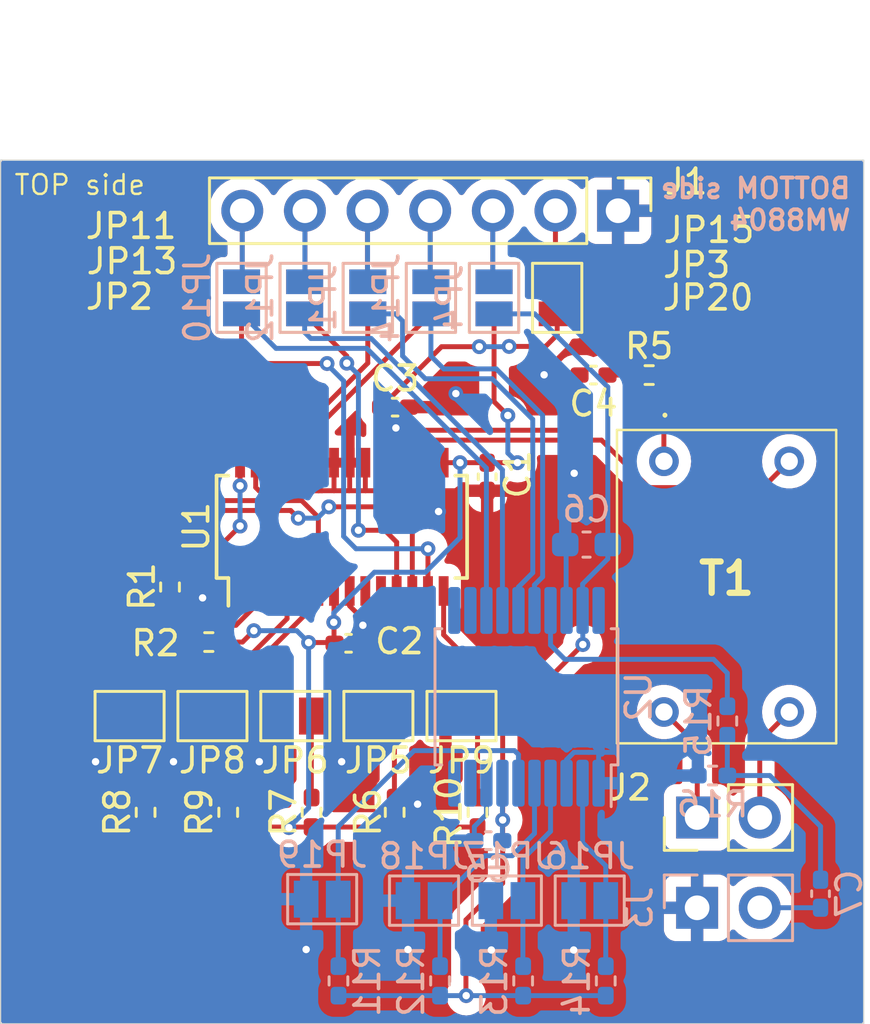
<source format=kicad_pcb>
(kicad_pcb (version 20240108) (generator "pcbnew") (generator_version "8.0")
  (layers (0 "F.Cu" signal) (31 "B.Cu" signal) (34 "B.Paste" user) (35 "F.Paste" user) (36 "B.SilkS" user "B.Silkscreen") (37 "F.SilkS" user "F.Silkscreen") (38 "B.Mask" user) (39 "F.Mask" user) (44 "Edge.Cuts" user))
  (net 0 "")
  (net 1 "GNDREF")
  (net 2 "+5V")
  (net 3 "Net-(C4-Pad1)")
  (net 4 "Net-(U1-TX+)")
  (net 5 "Net-(U1-MODE)")
  (net 6 "Net-(U1-CDOUT{slash}COPY{slash}C)")
  (net 7 "FMT1")
  (net 8 "FMT0")
  (net 9 "CLK1")
  (net 10 "CLK0")
  (net 11 "MCLK")
  (net 12 "SDATA")
  (net 13 "Net-(U1-TX-)")
  (net 14 "M{slash}S")
  (net 16 "BCK")
  (net 17 "WCLK")
  (net 18 "+3V3")
  (net 19 "Net-(JP5-B)")
  (net 20 "MCLK_D")
  (net 21 "BCK_D")
  (net 22 "WCLK_D")
  (net 23 "SDATA_D")
  (net 24 "SDATA_W")
  (net 25 "BCK_W")
  (net 26 "WCLK_W")
  (net 27 "MCLK_W")
  (net 28 "+3.3V_D")
  (net 29 "+5V_D")
  (net 30 "+3.3V_W")
  (net 31 "Net-(J3-Pin_2)")
  (net 32 "Net-(C7-Pad2)")
  (net 33 "Net-(J2-Pin_1)")
  (net 34 "Net-(J2-Pin_2)")
  (net 35 "Net-(JP16-A)")
  (net 36 "Net-(JP17-A)")
  (net 37 "Net-(JP18-A)")
  (net 38 "Net-(JP19-A)")
  (net 39 "Net-(R5-Pad2)")
  (net 40 "Net-(U2-TX0)")
  (footprint "Connector_PinHeader_2.54mm:PinHeader_1x02_P2.54mm_Vertical" (layer "F.Cu") (at 128.245 126.64 90)
    (property "Reference" "J2")
    (property "Value" "spdif_dit")
  )
  (footprint "Package_SO:SSOP-28_3.9x9.9mm_P0.635mm" (layer "F.Cu") (at 113.8375 114.86 90)
    (property "Reference" "U1")
    (property "Value" "DIT4192IPW")
  )
  (footprint "Jumper:SolderJumper-2_P1.3mm_Open_Pad1.0x1.5mm" (layer "F.Cu") (at 117.45 105.58 -90)
    (property "Reference" "JP15")
    (property "Value" "MCLK_D")
  )
  (footprint "Jumper:SolderJumper-2_P1.3mm_Open_Pad1.0x1.5mm" (layer "F.Cu") (at 112.33 105.58 -90)
    (property "Reference" "JP13")
    (property "Value" "BCK_D")
  )
  (footprint "Resistor_SMD:R_0402_1005Metric_Pad0.72x0.64mm_HandSolder" (layer "F.Cu") (at 109.23 126.43 90)
    (property "Reference" "R9")
    (property "Value" "10K")
  )
  (footprint "Resistor_SMD:R_0402_1005Metric_Pad0.72x0.64mm_HandSolder" (layer "F.Cu") (at 108.4425 119.53)
    (property "Reference" "R2")
    (property "Value" "10K")
  )
  (footprint "Capacitor_SMD:C_0402_1005Metric_Pad0.74x0.62mm_HandSolder" (layer "F.Cu") (at 114.11 119.58 180)
    (property "Reference" "C2")
    (property "Value" "0.1uF")
  )
  (footprint "pe65612nl:PE65612NL" (layer "F.Cu") (at 126.9 112.205 -90)
    (property "Reference" "T1")
    (property "Value" "PE-65612NL" (hide yes))
  )
  (footprint "Resistor_SMD:R_0402_1005Metric_Pad0.72x0.64mm_HandSolder" (layer "F.Cu") (at 126.3 108.71)
    (property "Reference" "R5")
    (property "Value" "300R")
  )
  (footprint "Connector_PinHeader_2.54mm:PinHeader_1x07_P2.54mm_Vertical" (layer "F.Cu") (at 125.04 102.05 -90)
    (property "Reference" "J1")
    (property "Value" "I2S_CONN")
  )
  (footprint "Capacitor_SMD:C_0402_1005Metric_Pad0.74x0.62mm_HandSolder" (layer "F.Cu") (at 115.9975 110.01)
    (property "Reference" "C3")
    (property "Value" "0.1uF")
  )
  (footprint "Jumper:SolderJumper-2_P1.3mm_Open_Pad1.0x1.5mm" (layer "F.Cu") (at 122.57 105.58 -90)
    (property "Reference" "JP20")
    (property "Value" "5.5V_D")
  )
  (footprint "Resistor_SMD:R_0402_1005Metric_Pad0.72x0.64mm_HandSolder" (layer "F.Cu") (at 112.61 126.43 -90)
    (property "Reference" "R7")
    (property "Value" "10K")
  )
  (footprint "Jumper:SolderJumper-2_P1.3mm_Open_Pad1.0x1.5mm" (layer "F.Cu") (at 111.95 122.53 180)
    (property "Reference" "JP6")
    (property "Value" "FMT0")
  )
  (footprint "Resistor_SMD:R_0402_1005Metric_Pad0.72x0.64mm_HandSolder" (layer "F.Cu") (at 105.88 126.43 -90)
    (property "Reference" "R8")
    (property "Value" "10K")
  )
  (footprint "Jumper:SolderJumper-2_P1.3mm_Open_Pad1.0x1.5mm" (layer "F.Cu") (at 118.69 122.53 180)
    (property "Reference" "JP9")
    (property "Value" "M/S")
  )
  (footprint "Capacitor_SMD:C_0402_1005Metric_Pad0.74x0.62mm_HandSolder" (layer "F.Cu") (at 124.0425 108.71 180)
    (property "Reference" "C4")
    (property "Value" "0.1uF")
  )
  (footprint "Resistor_SMD:R_0402_1005Metric_Pad0.72x0.64mm_HandSolder" (layer "F.Cu") (at 115.98 126.43 -90)
    (property "Reference" "R6")
    (property "Value" "10K")
  )
  (footprint "Resistor_SMD:R_0402_1005Metric_Pad0.72x0.64mm_HandSolder" (layer "F.Cu") (at 119.34 126.43 90)
    (property "Reference" "R10")
    (property "Value" "10K")
  )
  (footprint "Jumper:SolderJumper-2_P1.3mm_Open_Pad1.0x1.5mm" (layer "F.Cu") (at 105.23 122.53 180)
    (property "Reference" "JP7")
    (property "Value" "CLK1")
  )
  (footprint "Jumper:SolderJumper-2_P1.3mm_Open_Pad1.0x1.5mm" (layer "F.Cu") (at 109.77 105.58 -90)
    (property "Reference" "JP11")
    (property "Value" "SDATA_D")
  )
  (footprint "Jumper:SolderJumper-2_P1.3mm_Open_Pad1.0x1.5mm" (layer "F.Cu") (at 120.01 105.58 -90)
    (property "Reference" "JP3")
    (property "Value" "3.3V_D")
  )
  (footprint "Capacitor_SMD:C_0402_1005Metric_Pad0.74x0.62mm_HandSolder" (layer "F.Cu") (at 119.73 112.83 90)
    (property "Reference" "C1")
    (property "Value" "10uF")
  )
  (footprint "Jumper:SolderJumper-2_P1.3mm_Open_Pad1.0x1.5mm" (layer "F.Cu") (at 114.89 105.58 -90)
    (property "Reference" "JP2")
    (property "Value" "WCLK_D")
  )
  (footprint "Jumper:SolderJumper-2_P1.3mm_Open_Pad1.0x1.5mm" (layer "F.Cu") (at 108.59 122.53 180)
    (property "Reference" "JP8")
    (property "Value" "CLK0")
  )
  (footprint "Resistor_SMD:R_0402_1005Metric_Pad0.72x0.64mm_HandSolder" (layer "F.Cu") (at 106.87 117.3 -90)
    (property "Reference" "R1")
    (property "Value" "10K")
  )
  (footprint "Jumper:SolderJumper-2_P1.3mm_Open_Pad1.0x1.5mm" (layer "F.Cu") (at 115.32 122.53 180)
    (property "Reference" "JP5")
    (property "Value" "FMT1")
  )
  (footprint "Jumper:SolderJumper-2_P1.3mm_Open_Pad1.0x1.5mm" (layer "B.Cu") (at 123.89 130.01 180)
    (property "Reference" "JP16")
    (property "Value" "AIFCONF[1]")
  )
  (footprint "Package_SO:SSOP-20_5.3x7.2mm_P0.65mm" (layer "B.Cu") (at 121.325 121.75 90)
    (property "Reference" "U2")
    (property "Value" "WM8804")
  )
  (footprint "Capacitor_SMD:C_0603_1608Metric_Pad1.08x0.95mm_HandSolder" (layer "B.Cu") (at 123.76 115.58 180)
    (property "Reference" "C6")
    (property "Value" "1uF")
  )
  (footprint "Capacitor_SMD:C_0402_1005Metric_Pad0.74x0.62mm_HandSolder" (layer "B.Cu") (at 133.25 129.73 90)
    (property "Reference" "C7")
    (property "Value" "0.1uF")
  )
  (footprint "Resistor_SMD:R_0402_1005Metric_Pad0.72x0.64mm_HandSolder" (layer "B.Cu") (at 113.7 133.2625 90)
    (property "Reference" "R11")
    (property "Value" "10K")
  )
  (footprint "Jumper:SolderJumper-2_P1.3mm_Open_Pad1.0x1.5mm" (layer "B.Cu") (at 117.45 105.58 -90)
    (property "Reference" "JP14")
    (property "Value" "MCLK_W")
  )
  (footprint "Resistor_SMD:R_0402_1005Metric_Pad0.72x0.64mm_HandSolder" (layer "B.Cu") (at 121.19 133.2625 -90)
    (property "Reference" "R13")
    (property "Value" "10K")
  )
  (footprint "Jumper:SolderJumper-2_P1.3mm_Open_Pad1.0x1.5mm" (layer "B.Cu") (at 109.77 105.58 -90)
    (property "Reference" "JP10")
    (property "Value" "SDATA_W")
  )
  (footprint "Resistor_SMD:R_0402_1005Metric_Pad0.72x0.64mm_HandSolder" (layer "B.Cu") (at 129.47 122.73 -90)
    (property "Reference" "R15")
    (property "Value" "210R")
  )
  (footprint "Connector_PinHeader_2.54mm:PinHeader_1x02_P2.54mm_Vertical" (layer "B.Cu") (at 128.245 130.3 -90)
    (property "Reference" "J3")
    (property "Value" "spdif_wm")
  )
  (footprint "Jumper:SolderJumper-2_P1.3mm_Open_Pad1.0x1.5mm" (layer "B.Cu") (at 120.01 105.58 -90)
    (property "Reference" "JP4")
    (property "Value" "3.3V_W")
  )
  (footprint "Resistor_SMD:R_0402_1005Metric_Pad0.72x0.64mm_HandSolder" (layer "B.Cu") (at 124.54 133.2625 -90)
    (property "Reference" "R14")
    (property "Value" "10K")
  )
  (footprint "Capacitor_SMD:C_0402_1005Metric_Pad0.74x0.62mm_HandSolder" (layer "B.Cu") (at 119.7775 127.58)
    (property "Reference" "C5")
    (property "Value" "0.1uF")
  )
  (footprint "Jumper:SolderJumper-2_P1.3mm_Open_Pad1.0x1.5mm" (layer "B.Cu") (at 112.33 105.58 -90)
    (property "Reference" "JP12")
    (property "Value" "BCK_W")
  )
  (footprint "Jumper:SolderJumper-2_P1.3mm_Open_Pad1.0x1.5mm" (layer "B.Cu") (at 117.17 130.01 180)
    (property "Reference" "JP18")
    (property "Value" "CSB")
  )
  (footprint "Jumper:SolderJumper-2_P1.3mm_Open_Pad1.0x1.5mm" (layer "B.Cu") (at 113.04 129.95 180)
    (property "Reference" "JP19")
    (property "Value" "RESETB")
  )
  (footprint "Resistor_SMD:R_0402_1005Metric_Pad0.72x0.64mm_HandSolder" (layer "B.Cu") (at 128.8725 124.94)
    (property "Reference" "R16")
    (property "Value" "110R")
  )
  (footprint "Jumper:SolderJumper-2_P1.3mm_Open_Pad1.0x1.5mm" (layer "B.Cu") (at 114.89 105.58 -90)
    (property "Reference" "JP1")
    (property "Value" "WCLK_W")
  )
  (footprint "Jumper:SolderJumper-2_P1.3mm_Open_Pad1.0x1.5mm" (layer "B.Cu") (at 120.53 130.01 180)
    (property "Reference" "JP17")
    (property "Value" "AIFCONF[2]")
  )
  (footprint "Resistor_SMD:R_0402_1005Metric_Pad0.72x0.64mm_HandSolder" (layer "B.Cu") (at 117.82 133.2625 -90)
    (property "Reference" "R12")
    (property "Value" "10K")
  )
  (gr_rect (start 100 100) (end 135 135) (stroke (width 0.05)) (fill none) (layer "Edge.Cuts"))
  (gr_text "BOTTOM side\nWM8804" (at 134.55 102.9 0) (layer "B.SilkS") (effects (font (size 0.8 0.8) (thickness 0.16) (bold yes)) (justify left bottom mirror)))
  (gr_text "TOP side" (at 100.5 101.47 0) (layer "F.SilkS") (effects (font (size 0.8 0.8) (thickness 0.1)) (justify left bottom)))
  (segment (start 114.69 118.85) (end 114.6775 118.8625) (width 0.2) (layer "F.Cu") (net 1))
  (segment (start 114.13 113.3975) (end 113.52 113.3975) (width 0.2) (layer "F.Cu") (net 1))
  (segment (start 110.04 116.53) (end 110.65 116.53) (width 0.2) (layer "F.Cu") (net 1))
  (segment (start 114.6775 118.8375) (end 114.69 118.85) (width 0.2) (layer "F.Cu") (net 1))
  (segment (start 114.155 117.46) (end 114.155 118.065) (width 0.2) (layer "F.Cu") (net 1))
  (segment (start 109.71 116.86) (end 110.04 116.53) (width 0.2) (layer "F.Cu") (net 1))
  (segment (start 114.8 113.3975) (end 114.13 113.3975) (width 0.2) (layer "F.Cu") (net 1))
  (segment (start 114.6775 118.8625) (end 114.6775 119.58) (width 0.2) (layer "F.Cu") (net 1))
  (segment (start 110.98 112.26) (end 110.98 113.3975) (width 0.2) (layer "F.Cu") (net 1))
  (segment (start 110.98 116.86) (end 110.98 117.46) (width 0.2) (layer "F.Cu") (net 1))
  (segment (start 114.155 112.26) (end 114.155 113.3725) (width 0.2) (layer "F.Cu") (net 1))
  (segment (start 117.33 112.26) (end 117.33 113.3975) (width 0.2) (layer "F.Cu") (net 1))
  (segment (start 114.155 113.3725) (end 114.13 113.3975) (width 0.2) (layer "F.Cu") (net 1))
  (segment (start 113.52 112.26) (end 113.52 113.3975) (width 0.2) (layer "F.Cu") (net 1))
  (segment (start 114.79 113.3875) (end 114.8 113.3975) (width 0.2) (layer "F.Cu") (net 1))
  (segment (start 113.04 113.3975) (end 112.25 113.3975) (width 0.2) (layer "F.Cu") (net 1))
  (segment (start 114.79 112.26) (end 114.79 113.3875) (width 0.2) (layer "F.Cu") (net 1))
  (segment (start 113.04 113.3975) (end 112.89 113.3975) (width 0.2) (layer "F.Cu") (net 1))
  (segment (start 112.885 113.3925) (end 112.89 113.3975) (width 0.2) (layer "F.Cu") (net 1))
  (segment (start 116.565 110.318445) (end 116.0295 110.853945) (width 0.2) (layer "F.Cu") (net 1))
  (segment (start 110.98 113.3975) (end 110.4775 113.3975) (width 0.2) (layer "F.Cu") (net 1))
  (segment (start 117.33 112.26) (end 117.33 112.86) (width 0.2) (layer "F.Cu") (net 1))
  (segment (start 112.25 112.26) (end 112.25 113.3975) (width 0.2) (layer "F.Cu") (net 1))
  (segment (start 110.4775 113.3975) (end 110.345 113.265) (width 0.2) (layer "F.Cu") (net 1))
  (segment (start 112.25 113.3975) (end 110.98 113.3975) (width 0.2) (layer "F.Cu") (net 1))
  (segment (start 114.155 118.065) (end 114.6775 118.5875) (width 0.2) (layer "F.Cu") (net 1))
  (segment (start 112.89 113.3975) (end 112.4075 113.3975) (width 0.2) (layer "F.Cu") (net 1))
  (segment (start 110.345 113.265) (end 110.345 112.26) (width 0.2) (layer "F.Cu") (net 1))
  (segment (start 117.33 113.3975) (end 119.73 113.3975) (width 0.2) (layer "F.Cu") (net 1))
  (segment (start 110.65 116.53) (end 110.98 116.86) (width 0.2) (layer "F.Cu") (net 1))
  (segment (start 109.71 117.46) (end 109.71 116.86) (width 0.2) (layer "F.Cu") (net 1))
  (segment (start 112.885 112.26) (end 112.885 113.3925) (width 0.2) (layer "F.Cu") (net 1))
  (segment (start 117.33 113.3975) (end 114.8 113.3975) (width 0.2) (layer "F.Cu") (net 1))
  (segment (start 114.6775 118.5875) (end 114.6775 118.8375) (width 0.2) (layer "F.Cu") (net 1))
  (segment (start 116.565 110.01) (end 116.565 110.318445) (width 0.2) (layer "F.Cu") (net 1))
  (segment (start 113.52 113.3975) (end 113.04 113.3975) (width 0.2) (layer "F.Cu") (net 1))
  (via (at 114.69 118.85) (size 0.6) (drill 0.3) (layers "F.Cu" "B.Cu") (net 1))
  (via (at 116.91 126.1) (size 0.6) (drill 0.3) (layers "F.Cu" "B.Cu") (net 1))
  (via (at 108.19 117.74) (size 0.6) (drill 0.3) (layers "F.Cu" "B.Cu") (net 1))
  (via (at 116.52 131.99) (size 0.6) (drill 0.3) (layers "F.Cu" "B.Cu") (net 1))
  (via (at 103.85 124.38) (size 0.6) (drill 0.3) (layers "F.Cu" "B.Cu") (net 1))
  (via (at 122.04 108.7) (size 0.6) (drill 0.3) (layers "F.Cu" "B.Cu") (net 1))
  (via (at 107.01 124.38) (size 0.6) (drill 0.3) (layers "F.Cu" "B.Cu") (net 1))
  (via (at 117.76 114.24) (size 0.6) (drill 0.3) (layers "F.Cu" "B.Cu") (net 1))
  (via (at 118.46 109.46) (size 0.6) (drill 0.3) (layers "F.Cu" "B.Cu") (net 1))
  (via (at 113.83 124.38) (size 0.6) (drill 0.3) (layers "F.Cu" "B.Cu") (net 1))
  (via (at 116.0295 110.853945) (size 0.6) (drill 0.3) (layers "F.Cu" "B.Cu") (net 1))
  (via (at 123.24 132.01) (size 0.6) (drill 0.3) (layers "F.Cu" "B.Cu") (net 1))
  (via (at 112.39 131.99) (size 0.6) (drill 0.3) (layers "F.Cu" "B.Cu") (net 1))
  (via (at 119.9 132.01) (size 0.6) (drill 0.3) (layers "F.Cu" "B.Cu") (net 1))
  (via (at 123.26 112.69) (size 0.6) (drill 0.3) (layers "F.Cu" "B.Cu") (net 1))
  (via (at 110.49 124.38) (size 0.6) (drill 0.3) (layers "F.Cu" "B.Cu") (net 1))
  (segment (start 119.7 126.52) (end 119.21 127.01) (width 0.2) (layer "B.Cu") (net 1))
  (segment (start 123.25 124) (end 122.95 124.3) (width 0.2) (layer "B.Cu") (net 1))
  (segment (start 119.88 131.99) (end 119.9 132.01) (width 0.2) (layer "B.Cu") (net 1))
  (segment (start 119.7 125.25) (end 119.7 126.52) (width 0.2) (layer "B.Cu") (net 1))
  (segment (start 119.21 127.01) (end 119.21 127.58) (width 0.2) (layer "B.Cu") (net 1))
  (segment (start 112.39 129.95) (end 112.39 131.99) (width 0.2) (layer "B.Cu") (net 1))
  (segment (start 122.9325 115.78) (end 122.9325 118.2325) (width 0.2) (layer "B.Cu") (net 1))
  (segment (start 122.95 124.3) (end 122.95 125.25) (width 0.2) (layer "B.Cu") (net 1))
  (segment (start 128.275 124.425) (end 127.85 124) (width 0.2) (layer "B.Cu") (net 1))
  (segment (start 123.85 124) (end 123.25 124) (width 0.2) (layer "B.Cu") (net 1))
  (segment (start 122.9325 118.2325) (end 122.95 118.25) (width 0.2) (layer "B.Cu") (net 1))
  (segment (start 124.25 125.25) (end 124.25 124) (width 0.2) (layer "B.Cu") (net 1))
  (segment (start 123.24 130.01) (end 123.24 132.01) (width 0.2) (layer "B.Cu") (net 1))
  (segment (start 124.25 124) (end 123.85 124) (width 0.2) (layer "B.Cu") (net 1))
  (segment (start 119.88 130.01) (end 119.88 131.99) (width 0.2) (layer "B.Cu") (net 1))
  (segment (start 128.275 124.94) (end 128.275 124.425) (width 0.2) (layer "B.Cu") (net 1))
  (segment (start 127.85 124) (end 124.25 124) (width 0.2) (layer "B.Cu") (net 1))
  (segment (start 116.52 130.01) (end 116.52 131.99) (width 0.2) (layer "B.Cu") (net 1))
  (segment (start 122.5 104.86) (end 122.57 104.93) (width 0.2) (layer "F.Cu") (net 2))
  (segment (start 122.5 102.05) (end 122.5 104.86) (width 0.2) (layer "F.Cu") (net 2))
  (segment (start 124.61 108.71) (end 125.7025 108.71) (width 0.2) (layer "F.Cu") (net 3))
  (segment (start 122.833896 110.946104) (end 123.475 110.305) (width 0.2) (layer "F.Cu") (net 4))
  (segment (start 116.06 112.26) (end 116.06 111.670736) (width 0.2) (layer "F.Cu") (net 4))
  (segment (start 123.475 110.305) (end 123.475 108.71) (width 0.2) (layer "F.Cu") (net 4))
  (segment (start 116.784632 110.946104) (end 122.833896 110.946104) (width 0.2) (layer "F.Cu") (net 4))
  (segment (start 116.06 111.670736) (end 116.784632 110.946104) (width 0.2) (layer "F.Cu") (net 4))
  (segment (start 109.71 112.26) (end 109.71 113.198) (width 0.2) (layer "F.Cu") (net 5))
  (segment (start 107.8375 116.7025) (end 106.87 116.7025) (width 0.2) (layer "F.Cu") (net 5))
  (segment (start 109.71 114.83) (end 107.8375 116.7025) (width 0.2) (layer "F.Cu") (net 5))
  (via (at 109.71 114.83) (size 0.6) (drill 0.3) (layers "F.Cu" "B.Cu") (net 5))
  (via (at 109.71 113.198) (size 0.6) (drill 0.3) (layers "F.Cu" "B.Cu") (net 5))
  (segment (start 109.71 113.198) (end 109.71 114.83) (width 0.2) (layer "B.Cu") (net 5))
  (segment (start 107.845 119.095) (end 107.845 119.53) (width 0.2) (layer "F.Cu") (net 6))
  (segment (start 109.544264 118.85) (end 108.09 118.85) (width 0.2) (layer "F.Cu") (net 6))
  (segment (start 110.345 118.049264) (end 109.544264 118.85) (width 0.2) (layer "F.Cu") (net 6))
  (segment (start 110.345 117.46) (end 110.345 118.049264) (width 0.2) (layer "F.Cu") (net 6))
  (segment (start 108.09 118.85) (end 107.845 119.095) (width 0.2) (layer "F.Cu") (net 6))
  (segment (start 115.97 118.674314) (end 115.97 122.53) (width 0.2) (layer "F.Cu") (net 7))
  (segment (start 115.97 122.53) (end 115.97 125.8225) (width 0.2) (layer "F.Cu") (net 7))
  (segment (start 115.425 117.46) (end 115.425 118.129314) (width 0.2) (layer "F.Cu") (net 7))
  (segment (start 115.97 125.8225) (end 115.98 125.8325) (width 0.2) (layer "F.Cu") (net 7))
  (segment (start 115.425 118.129314) (end 115.97 118.674314) (width 0.2) (layer "F.Cu") (net 7))
  (segment (start 113.46 122.43) (end 113.36 122.53) (width 0.2) (layer "F.Cu") (net 8))
  (segment (start 115.345 119.923468) (end 113.46 121.808468) (width 0.2) (layer "F.Cu") (net 8))
  (segment (start 113.46 121.808468) (end 113.46 122.43) (width 0.2) (layer "F.Cu") (net 8))
  (segment (start 112.6 122.53) (end 112.6 125.8225) (width 0.2) (layer "F.Cu") (net 8))
  (segment (start 113.36 122.53) (end 112.6 122.53) (width 0.2) (layer "F.Cu") (net 8))
  (segment (start 114.79 117.46) (end 114.79 118.06) (width 0.2) (layer "F.Cu") (net 8))
  (segment (start 114.79 118.06) (end 115.345 118.615) (width 0.2) (layer "F.Cu") (net 8))
  (segment (start 115.345 118.615) (end 115.345 119.923468) (width 0.2) (layer "F.Cu") (net 8))
  (segment (start 112.6 125.8225) (end 112.61 125.8325) (width 0.2) (layer "F.Cu") (net 8))
  (segment (start 108.72 121.48) (end 106.09 121.48) (width 0.2) (layer "F.Cu") (net 9))
  (segment (start 111.615 118.585) (end 108.72 121.48) (width 0.2) (layer "F.Cu") (net 9))
  (segment (start 111.615 117.46) (end 111.615 118.585) (width 0.2) (layer "F.Cu") (net 9))
  (segment (start 105.88 122.53) (end 105.88 125.8325) (width 0.2) (layer "F.Cu") (net 9))
  (segment (start 105.88 121.69) (end 105.88 122.53) (width 0.2) (layer "F.Cu") (net 9))
  (segment (start 106.09 121.48) (end 105.88 121.69) (width 0.2) (layer "F.Cu") (net 9))
  (segment (start 109.24 122.53) (end 109.24 125.8225) (width 0.2) (layer "F.Cu") (net 10))
  (segment (start 109.24 125.8225) (end 109.23 125.8325) (width 0.2) (layer "F.Cu") (net 10))
  (segment (start 112.25 117.46) (end 112.25 118.52) (width 0.2) (layer "F.Cu") (net 10))
  (segment (start 112.25 118.52) (end 109.24 121.53) (width 0.2) (layer "F.Cu") (net 10))
  (segment (start 109.24 121.53) (end 109.24 122.53) (width 0.2) (layer "F.Cu") (net 10))
  (segment (start 117.42 102.05) (end 117.42 104.9) (width 0.2) (layer "F.Cu") (net 11))
  (segment (start 117.42 104.9) (end 117.45 104.93) (width 0.2) (layer "F.Cu") (net 11))
  (segment (start 117.42 104.9) (end 117.45 104.93) (width 0.2) (layer "B.Cu") (net 11))
  (segment (start 117.42 102.05) (end 117.42 104.9) (width 0.2) (layer "B.Cu") (net 11))
  (segment (start 109.8 104.9) (end 109.77 104.93) (width 0.2) (layer "F.Cu") (net 12))
  (segment (start 109.8 102.05) (end 109.8 104.9) (width 0.2) (layer "F.Cu") (net 12))
  (segment (start 109.8 102.05) (end 109.8 104.9) (width 0.2) (layer "B.Cu") (net 12))
  (segment (start 109.8 104.9) (end 109.77 104.93) (width 0.2) (layer "B.Cu") (net 12))
  (segment (start 126.29 113.27) (end 130.915 113.27) (width 0.2) (layer "F.Cu") (net 13))
  (segment (start 124.366104 111.346104) (end 126.29 113.27) (width 0.2) (layer "F.Cu") (net 13))
  (segment (start 116.695 112.26) (end 116.695 111.66) (width 0.2) (layer "F.Cu") (net 13))
  (segment (start 116.695 111.66) (end 117.008896 111.346104) (width 0.2) (layer "F.Cu") (net 13))
  (segment (start 117.008896 111.346104) (end 124.366104 111.346104) (width 0.2) (layer "F.Cu") (net 13))
  (segment (start 130.915 113.27) (end 131.98 112.205) (width 0.2) (layer "F.Cu") (net 13))
  (segment (start 117.965 117.46) (end 117.965 119.235) (width 0.2) (layer "F.Cu") (net 14))
  (segment (start 117.965 119.235) (end 119.34 120.61) (width 0.2) (layer "F.Cu") (net 14))
  (segment (start 119.34 120.61) (end 119.34 122.53) (width 0.2) (layer "F.Cu") (net 14))
  (segment (start 119.34 122.53) (end 119.34 125.8325) (width 0.2) (layer "F.Cu") (net 14))
  (segment (start 112.34 102.05) (end 112.34 104.92) (width 0.2) (layer "F.Cu") (net 16))
  (segment (start 112.34 104.92) (end 112.33 104.93) (width 0.2) (layer "F.Cu") (net 16))
  (segment (start 112.34 102.05) (end 112.34 104.92) (width 0.2) (layer "B.Cu") (net 16))
  (segment (start 112.34 104.92) (end 112.33 104.93) (width 0.2) (layer "B.Cu") (net 16))
  (segment (start 114.88 102.05) (end 114.88 104.92) (width 0.2) (layer "F.Cu") (net 17))
  (segment (start 114.88 104.92) (end 114.89 104.93) (width 0.2) (layer "F.Cu") (net 17))
  (segment (start 114.88 102.05) (end 114.88 104.92) (width 0.2) (layer "B.Cu") (net 17))
  (segment (start 114.88 104.92) (end 114.89 104.93) (width 0.2) (layer "B.Cu") (net 17))
  (segment (start 119.96 102.05) (end 119.96 104.88) (width 0.2) (layer "F.Cu") (net 18))
  (segment (start 119.96 104.88) (end 120.01 104.93) (width 0.2) (layer "F.Cu") (net 18))
  (segment (start 119.96 104.88) (end 120.01 104.93) (width 0.2) (layer "B.Cu") (net 18))
  (segment (start 119.96 102.05) (end 119.96 104.88) (width 0.2) (layer "B.Cu") (net 18))
  (segment (start 108.74 113.53) (end 109.0075 113.7975) (width 0.2) (layer "F.Cu") (net 20))
  (segment (start 109.0075 113.7975) (end 112.2075 113.7975) (width 0.2) (layer "F.Cu") (net 20))
  (segment (start 112.885 114.475) (end 112.885 117.46) (width 0.2) (layer "F.Cu") (net 20))
  (segment (start 117.45 106.23) (end 112.53 111.15) (width 0.2) (layer "F.Cu") (net 20))
  (segment (start 108.74 111.59) (end 108.74 113.53) (width 0.2) (layer "F.Cu") (net 20))
  (segment (start 109.18 111.15) (end 108.74 111.59) (width 0.2) (layer "F.Cu") (net 20))
  (segment (start 112.53 111.15) (end 109.18 111.15) (width 0.2) (layer "F.Cu") (net 20))
  (segment (start 112.2075 113.7975) (end 112.885 114.475) (width 0.2) (layer "F.Cu") (net 20))
  (segment (start 112.33 106.23) (end 114.038246 107.938246) (width 0.2) (layer "F.Cu") (net 21))
  (segment (start 114.038246 107.938246) (end 114.038246 108.228246) (width 0.2) (layer "F.Cu") (net 21))
  (segment (start 115.5795 114.9995) (end 116.06 115.48) (width 0.2) (layer "F.Cu") (net 21))
  (segment (start 116.06 115.48) (end 116.06 117.46) (width 0.2) (layer "F.Cu") (net 21))
  (segment (start 114.51 114.9995) (end 115.5795 114.9995) (width 0.2) (layer "F.Cu") (net 21))
  (via (at 114.038246 108.228246) (size 0.6) (drill 0.3) (layers "F.Cu" "B.Cu") (net 21))
  (via (at 114.51 114.9995) (size 0.6) (drill 0.3) (layers "F.Cu" "B.Cu") (net 21))
  (segment (start 114.038246 108.228246) (end 114.51 108.7) (width 0.2) (layer "B.Cu") (net 21))
  (segment (start 114.51 108.7) (end 114.51 114.9995) (width 0.2) (layer "B.Cu") (net 21))
  (segment (start 111.759678 114.1975) (end 108.6475 114.1975) (width 0.2) (layer "F.Cu") (net 22))
  (segment (start 112.071089 114.508911) (end 111.759678 114.1975) (width 0.2) (layer "F.Cu") (net 22))
  (segment (start 108.34 111.424315) (end 109.014314 110.75) (width 0.2) (layer "F.Cu") (net 22))
  (segment (start 112.364314 110.75) (end 114.89 108.224314) (width 0.2) (layer "F.Cu") (net 22))
  (segment (start 116.695 115.005) (end 116.695 117.46) (width 0.2) (layer "F.Cu") (net 22))
  (segment (start 113.31 114.05) (end 115.74 114.05) (width 0.2) (layer "F.Cu") (net 22))
  (segment (start 114.89 108.224314) (end 114.89 106.23) (width 0.2) (layer "F.Cu") (net 22))
  (segment (start 115.74 114.05) (end 116.695 115.005) (width 0.2) (layer "F.Cu") (net 22))
  (segment (start 108.34 113.89) (end 108.34 111.424315) (width 0.2) (layer "F.Cu") (net 22))
  (segment (start 109.014314 110.75) (end 112.364314 110.75) (width 0.2) (layer "F.Cu") (net 22))
  (segment (start 108.6475 114.1975) (end 108.34 113.89) (width 0.2) (layer "F.Cu") (net 22))
  (via (at 113.31 114.05) (size 0.6) (drill 0.3) (layers "F.Cu" "B.Cu") (net 22))
  (via (at 112.071089 114.508911) (size 0.6) (drill 0.3) (layers "F.Cu" "B.Cu") (net 22))
  (segment (start 112.851089 114.508911) (end 113.31 114.05) (width 0.2) (layer "B.Cu") (net 22))
  (segment (start 112.071089 114.508911) (end 112.851089 114.508911) (width 0.2) (layer "B.Cu") (net 22))
  (segment (start 109.77 107.45) (end 109.77 106.23) (width 0.2) (layer "F.Cu") (net 23))
  (segment (start 113.238871 108.24252) (end 110.56252 108.24252) (width 0.2) (layer "F.Cu") (net 23))
  (segment (start 117.33 115.75) (end 117.33 117.46) (width 0.2) (layer "F.Cu") (net 23))
  (segment (start 110.56252 108.24252) (end 109.77 107.45) (width 0.2) (layer "F.Cu") (net 23))
  (via (at 113.238871 108.24252) (size 0.6) (drill 0.3) (layers "F.Cu" "B.Cu") (net 23))
  (via (at 117.33 115.75) (size 0.6) (drill 0.3) (layers "F.Cu" "B.Cu") (net 23))
  (segment (start 113.238871 108.2774) (end 113.91 108.948529) (width 0.2) (layer "B.Cu") (net 23))
  (segment (start 113.238871 108.24252) (end 113.238871 108.2774) (width 0.2) (layer "B.Cu") (net 23))
  (segment (start 114.411971 115.75) (end 117.33 115.75) (width 0.2) (layer "B.Cu") (net 23))
  (segment (start 113.91 115.248029) (end 114.411971 115.75) (width 0.2) (layer "B.Cu") (net 23))
  (segment (start 113.91 108.948529) (end 113.91 115.248029) (width 0.2) (layer "B.Cu") (net 23))
  (segment (start 119.7 112.481471) (end 119.7 118.25) (width 0.2) (layer "B.Cu") (net 24))
  (segment (start 109.77 106.23) (end 111.168246 107.628246) (width 0.2) (layer "B.Cu") (net 24))
  (segment (start 114.846775 107.628246) (end 119.7 112.481471) (width 0.2) (layer "B.Cu") (net 24))
  (segment (start 111.168246 107.628246) (end 114.846775 107.628246) (width 0.2) (layer "B.Cu") (net 24))
  (segment (start 115.028246 107.228246) (end 120.35 112.55) (width 0.2) (layer "B.Cu") (net 25))
  (segment (start 112.33 106.23) (end 112.33 106.98) (width 0.2) (layer "B.Cu") (net 25))
  (segment (start 112.578246 107.228246) (end 115.028246 107.228246) (width 0.2) (layer "B.Cu") (net 25))
  (segment (start 112.33 106.98) (end 112.578246 107.228246) (width 0.2) (layer "B.Cu") (net 25))
  (segment (start 120.35 112.55) (end 120.35 118.25) (width 0.2) (layer "B.Cu") (net 25))
  (segment (start 116.3 106.52) (end 116.3 107.934314) (width 0.2) (layer "B.Cu") (net 26))
  (segment (start 121 117.3) (end 121 118.25) (width 0.2) (layer "B.Cu") (net 26))
  (segment (start 121.58 110.508075) (end 121.58 116.72) (width 0.2) (layer "B.Cu") (net 26))
  (segment (start 119.931925 108.86) (end 121.58 110.508075) (width 0.2) (layer "B.Cu") (net 26))
  (segment (start 116.01 106.23) (end 116.3 106.52) (width 0.2) (layer "B.Cu") (net 26))
  (segment (start 117.225686 108.86) (end 119.931925 108.86) (width 0.2) (layer "B.Cu") (net 26))
  (segment (start 114.89 106.23) (end 116.01 106.23) (width 0.2) (layer "B.Cu") (net 26))
  (segment (start 116.3 107.934314) (end 117.225686 108.86) (width 0.2) (layer "B.Cu") (net 26))
  (segment (start 121.58 116.72) (end 121 117.3) (width 0.2) (layer "B.Cu") (net 26))
  (segment (start 117.97 108.46) (end 120.1 108.46) (width 0.2) (layer "B.Cu") (net 27))
  (segment (start 120.1 108.46) (end 121.98 110.34) (width 0.2) (layer "B.Cu") (net 27))
  (segment (start 117.45 106.23) (end 117.45 107.94) (width 0.2) (layer "B.Cu") (net 27))
  (segment (start 121.65 117.215686) (end 121.65 118.25) (width 0.2) (layer "B.Cu") (net 27))
  (segment (start 121.98 110.34) (end 121.98 116.885686) (width 0.2) (layer "B.Cu") (net 27))
  (segment (start 117.45 107.94) (end 117.97 108.46) (width 0.2) (layer "B.Cu") (net 27))
  (segment (start 121.98 116.885686) (end 121.65 117.215686) (width 0.2) (layer "B.Cu") (net 27))
  (segment (start 111.69 127.05) (end 111.7125 127.0275) (width 0.2) (layer "F.Cu") (net 28))
  (segment (start 108.81 120.34) (end 109.04 120.11) (width 0.2) (layer "F.Cu") (net 28))
  (segment (start 113.5125 119.55) (end 113.5425 119.58) (width 0.2) (layer "F.Cu") (net 28))
  (segment (start 118.63 112.26) (end 119.7275 112.26) (width 0.2) (layer "F.Cu") (net 28))
  (segment (start 113.52 118.72) (end 113.51 118.73) (width 0.2) (layer "F.Cu") (net 28))
  (segment (start 120.01 109.786604) (end 120.01 106.23) (width 0.2) (layer "F.Cu") (net 28))
  (segment (start 107.646962 120.34) (end 108.81 120.34) (width 0.2) (layer "F.Cu") (net 28))
  (segment (start 109.81 119.53) (end 110.27 119.07) (width 0.2) (layer "F.Cu") (net 28))
  (segment (start 119.7325 112.26) (end 119.73 112.2625) (width 0.2) (layer "F.Cu") (net 28))
  (segment (start 113.52 117.46) (end 113.52 118.72) (width 0.2) (layer "F.Cu") (net 28))
  (segment (start 106.87 119.563038) (end 107.646962 120.34) (width 0.2) (layer "F.Cu") (net 28))
  (segment (start 106.87 117.8975) (end 106.87 119.563038) (width 0.2) (layer "F.Cu") (net 28))
  (segment (start 120.57 110.346604) (end 120.01 109.786604) (width 0.2) (layer "F.Cu") (net 28))
  (segment (start 111.7125 127.0275) (end 115.98 127.0275) (width 0.2) (layer "F.Cu") (net 28))
  (segment (start 112.49 119.55) (end 113.5125 119.55) (width 0.2) (layer "F.Cu") (net 28))
  (segment (start 117.965 112.26) (end 118.63 112.26) (width 0.2) (layer "F.Cu") (net 28))
  (segment (start 113.52 119.5575) (end 113.5425 119.58) (width 0.2) (layer "F.Cu") (net 28))
  (segment (start 115.98 127.0275) (end 119.34 127.0275) (width 0.2) (layer "F.Cu") (net 28))
  (segment (start 119.7275 112.26) (end 119.73 112.2625) (width 0.2) (layer "F.Cu") (net 28))
  (segment (start 113.52 118.74) (end 113.52 119.5575) (width 0.2) (layer "F.Cu") (net 28))
  (segment (start 120.96 112.26) (end 119.7325 112.26) (width 0.2) (layer "F.Cu") (net 28))
  (segment (start 109.04 119.53) (end 109.81 119.53) (width 0.2) (layer "F.Cu") (net 28))
  (segment (start 111.6675 127.0275) (end 111.69 127.05) (width 0.2) (layer "F.Cu") (net 28))
  (segment (start 105.88 127.0275) (end 111.6675 127.0275) (width 0.2) (layer "F.Cu") (net 28))
  (segment (start 109.04 120.11) (end 109.04 119.53) (width 0.2) (layer "F.Cu") (net 28))
  (segment (start 113.51 118.73) (end 113.52 118.74) (width 0.2) (layer "F.Cu") (net 28))
  (via (at 110.27 119.07) (size 0.6) (drill 0.3) (layers "F.Cu" "B.Cu") (net 28))
  (via (at 112.49 119.55) (size 0.6) (drill 0.3) (layers "F.Cu" "B.Cu") (net 28))
  (via (at 113.51 118.73) (size 0.6) (drill 0.3) (layers "F.Cu" "B.Cu") (net 28))
  (via (at 111.69 127.05) (size 0.6) (drill 0.3) (layers "F.Cu" "B.Cu") (net 28))
  (via (at 120.57 110.346604) (size 0.6) (drill 0.3) (layers "F.Cu" "B.Cu") (net 28))
  (via (at 120.96 112.26) (size 0.6) (drill 0.3) (layers "F.Cu" "B.Cu") (net 28))
  (via (at 118.63 112.26) (size 0.6) (drill 0.3) (layers "F.Cu" "B.Cu") (net 28))
  (segment (start 115.16 116.7) (end 117.228529 116.7) (width 0.2) (layer "B.Cu") (net 28))
  (segment (start 120.57 110.346604) (end 120.57 111.87) (width 0.2) (layer "B.Cu") (net 28))
  (segment (start 113.51 118.35) (end 115.16 116.7) (width 0.2) (layer "B.Cu") (net 28))
  (segment (start 113.51 118.73) (end 113.51 118.35) (width 0.2) (layer "B.Cu") (net 28))
  (segment (start 111.69 127.05) (end 112.49 126.25) (width 0.2) (layer "B.Cu") (net 28))
  (segment (start 112.01 119.07) (end 112.49 119.55) (width 0.2) (layer "B.Cu") (net 28))
  (segment (start 112.49 126.25) (end 112.49 119.55) (width 0.2) (layer "B.Cu") (net 28))
  (segment (start 110.27 119.07) (end 112.01 119.07) (width 0.2) (layer "B.Cu") (net 28))
  (segment (start 120.57 111.87) (end 120.96 112.26) (width 0.2) (layer "B.Cu") (net 28))
  (segment (start 117.228529 116.7) (end 118.63 115.298529) (width 0.2) (layer "B.Cu") (net 28))
  (segment (start 118.63 115.298529) (end 118.63 112.26) (width 0.2) (layer "B.Cu") (net 28))
  (segment (start 122.1 107.55) (end 122.57 107.08) (width 0.2) (layer "F.Cu") (net 29))
  (segment (start 115.43 110.01) (end 117.88 107.56) (width 0.2) (layer "F.Cu") (net 29))
  (segment (start 115.43 110.01) (end 115.43 112.255) (width 0.2) (layer "F.Cu") (net 29))
  (segment (start 115.43 112.255) (end 115.425 112.26) (width 0.2) (layer "F.Cu") (net 29))
  (segment (start 120.62 107.55) (end 122.1 107.55) (width 0.2) (layer "F.Cu") (net 29))
  (segment (start 117.88 107.56) (end 119.4105 107.56) (width 0.2) (layer "F.Cu") (net 29))
  (segment (start 122.57 107.08) (end 122.57 106.23) (width 0.2) (layer "F.Cu") (net 29))
  (via (at 119.4105 107.56) (size 0.6) (drill 0.3) (layers "F.Cu" "B.Cu") (net 29))
  (via (at 120.62 107.55) (size 0.6) (drill 0.3) (layers "F.Cu" "B.Cu") (net 29))
  (segment (start 120.61 107.56) (end 120.62 107.55) (width 0.2) (layer "B.Cu") (net 29))
  (segment (start 119.4105 107.56) (end 120.61 107.56) (width 0.2) (layer "B.Cu") (net 29))
  (segment (start 120.36 126.74) (end 120.36 129.3) (width 0.2) (layer "F.Cu") (net 30))
  (segment (start 120.36 122.8805) (end 123.61 119.6305) (width 0.2) (layer "F.Cu") (net 30))
  (segment (start 118.87 133.85) (end 118.88 133.86) (width 0.2) (layer "F.Cu") (net 30))
  (segment (start 118.87 130.79) (end 118.87 133.85) (width 0.2) (layer "F.Cu") (net 30))
  (segment (start 120.36 126.74) (end 120.36 122.8805) (width 0.2) (layer "F.Cu") (net 30))
  (segment (start 120.36 129.3) (end 118.87 130.79) (width 0.2) (layer "F.Cu") (net 30))
  (via (at 123.61 119.6305) (size 0.6) (drill 0.3) (layers "F.Cu" "B.Cu") (net 30))
  (via (at 120.36 126.74) (size 0.6) (drill 0.3) (layers "F.Cu" "B.Cu") (net 30))
  (via (at 118.88 133.86) (size 0.6) (drill 0.3) (layers "F.Cu" "B.Cu") (net 30))
  (segment (start 121.66 106.23) (end 124.6225 109.1925) (width 0.2) (layer "B.Cu") (net 30))
  (segment (start 123.6 117.18) (end 124.6225 116.1575) (width 0.2) (layer "B.Cu") (net 30))
  (segment (start 120.35 126.75) (end 120.35 127.575) (width 0.2) (layer "B.Cu") (net 30))
  (segment (start 124.6225 109.1925) (end 124.6225 115.58) (width 0.2) (layer "B.Cu") (net 30))
  (segment (start 120.01 106.23) (end 121.66 106.23) (width 0.2) (layer "B.Cu") (net 30))
  (segment (start 120.36 126.74) (end 120.35 126.75) (width 0.2) (layer "B.Cu") (net 30))
  (segment (start 123.61 119.6305) (end 123.61 118.26) (width 0.2) (layer "B.Cu") (net 30))
  (segment (start 123.61 118.26) (end 123.6 118.25) (width 0.2) (layer "B.Cu") (net 30))
  (segment (start 120.35 126.73) (end 120.36 126.74) (width 0.2) (layer "B.Cu") (net 30))
  (segment (start 124.54 133.86) (end 113.7 133.86) (width 0.2) (layer "B.Cu") (net 30))
  (segment (start 120.35 127.575) (end 120.345 127.58) (width 0.2) (layer "B.Cu") (net 30))
  (segment (start 123.6 118.25) (end 123.6 117.18) (width 0.2) (layer "B.Cu") (net 30))
  (segment (start 120.35 125.25) (end 120.35 126.73) (width 0.2) (layer "B.Cu") (net 30))
  (segment (start 124.6225 116.1575) (end 124.6225 115.58) (width 0.2) (layer "B.Cu") (net 30))
  (segment (start 133.25 130.2975) (end 130.7875 130.2975) (width 0.2) (layer "B.Cu") (net 31))
  (segment (start 130.7875 130.2975) (end 130.785 130.3) (width 0.2) (layer "B.Cu") (net 31))
  (segment (start 133.25 129.1625) (end 133.25 127) (width 0.2) (layer "B.Cu") (net 32))
  (segment (start 133.25 127) (end 131.19 124.94) (width 0.2) (layer "B.Cu") (net 32))
  (segment (start 131.19 124.94) (end 129.47 124.94) (width 0.2) (layer "B.Cu") (net 32))
  (segment (start 129.47 123.3275) (end 129.47 124.94) (width 0.2) (layer "B.Cu") (net 32))
  (segment (start 128.25 126.635) (end 128.245 126.64) (width 0.2) (layer "F.Cu") (net 33))
  (segment (start 126.9 122.365) (end 128.25 123.715) (width 0.2) (layer "F.Cu") (net 33))
  (segment (start 128.25 123.715) (end 128.25 126.635) (width 0.2) (layer "F.Cu") (net 33))
  (segment (start 131.98 122.365) (end 130.785 123.56) (width 0.2) (layer "F.Cu") (net 34))
  (segment (start 130.785 123.56) (end 130.785 126.64) (width 0.2) (layer "F.Cu") (net 34))
  (segment (start 124.54 128.6) (end 124.54 130.01) (width 0.2) (layer "B.Cu") (net 35))
  (segment (start 123.6 125.25) (end 123.6 127.66) (width 0.2) (layer "B.Cu") (net 35))
  (segment (start 123.6 127.66) (end 124.54 128.6) (width 0.2) (layer "B.Cu") (net 35))
  (segment (start 124.54 130.01) (end 124.54 132.665) (width 0.2) (layer "B.Cu") (net 35))
  (segment (start 121.18 128.321654) (end 121.18 130.01) (width 0.2) (layer "B.Cu") (net 36))
  (segment (start 122.3 127.201654) (end 121.18 128.321654) (width 0.2) (layer "B.Cu") (net 36))
  (segment (start 121.18 132.655) (end 121.19 132.665) (width 0.2) (layer "B.Cu") (net 36))
  (segment (start 121.18 130.01) (end 121.18 132.655) (width 0.2) (layer "B.Cu") (net 36))
  (segment (start 122.3 125.25) (end 122.3 127.201654) (width 0.2) (layer "B.Cu") (net 36))
  (segment (start 119.64 128.19) (end 117.82 130.01) (width 0.2) (layer "B.Cu") (net 37))
  (segment (start 120.745968 128.19) (end 119.64 128.19) (width 0.2) (layer "B.Cu") (net 37))
  (segment (start 121.65 125.25) (end 121.65 127.285968) (width 0.2) (layer "B.Cu") (net 37))
  (segment (start 117.82 130.01) (end 117.82 132.665) (width 0.2) (layer "B.Cu") (net 37))
  (segment (start 121.65 127.285968) (end 120.745968 128.19) (width 0.2) (layer "B.Cu") (net 37))
  (segment (start 113.69 127.01) (end 113.69 129.95) (width 0.2) (layer "B.Cu") (net 38))
  (segment (start 121 124.09) (end 120.84 123.93) (width 0.2) (layer "B.Cu") (net 38))
  (segment (start 113.69 132.655) (end 113.7 132.665) (width 0.2) (layer "B.Cu") (net 38))
  (segment (start 113.69 129.95) (end 113.69 132.655) (width 0.2) (layer "B.Cu") (net 38))
  (segment (start 120.84 123.93) (end 116.77 123.93) (width 0.2) (layer "B.Cu") (net 38))
  (segment (start 121 125.25) (end 121 124.09) (width 0.2) (layer "B.Cu") (net 38))
  (segment (start 116.77 123.93) (end 113.69 127.01) (width 0.2) (layer "B.Cu") (net 38))
  (segment (start 126.8975 108.71) (end 126.8975 112.2025) (width 0.2) (layer "F.Cu") (net 39))
  (segment (start 126.8975 112.2025) (end 126.9 112.205) (width 0.2) (layer "F.Cu") (net 39))
  (segment (start 129.47 120.79) (end 129.47 122.1325) (width 0.2) (layer "B.Cu") (net 40))
  (segment (start 122.3 119.65) (end 122.88 120.23) (width 0.2) (layer "B.Cu") (net 40))
  (segment (start 122.3 118.25) (end 122.3 119.65) (width 0.2) (layer "B.Cu") (net 40))
  (segment (start 122.88 120.23) (end 128.91 120.23) (width 0.2) (layer "B.Cu") (net 40))
  (segment (start 128.91 120.23) (end 129.47 120.79) (width 0.2) (layer "B.Cu") (net 40))
  (zone (net 1) (net_name "GNDREF") (layers "F&B.Cu") (connect_pads (clearance 0.5)) (min_thickness 0.25) (fill yes (thermal_gap 0.5) (thermal_bridge_width 0.5))
    (polygon (pts (xy 100 100) (xy 135.01 100) (xy 135.01 135.01) (xy 99.99 135.01)))
  )
)
</source>
